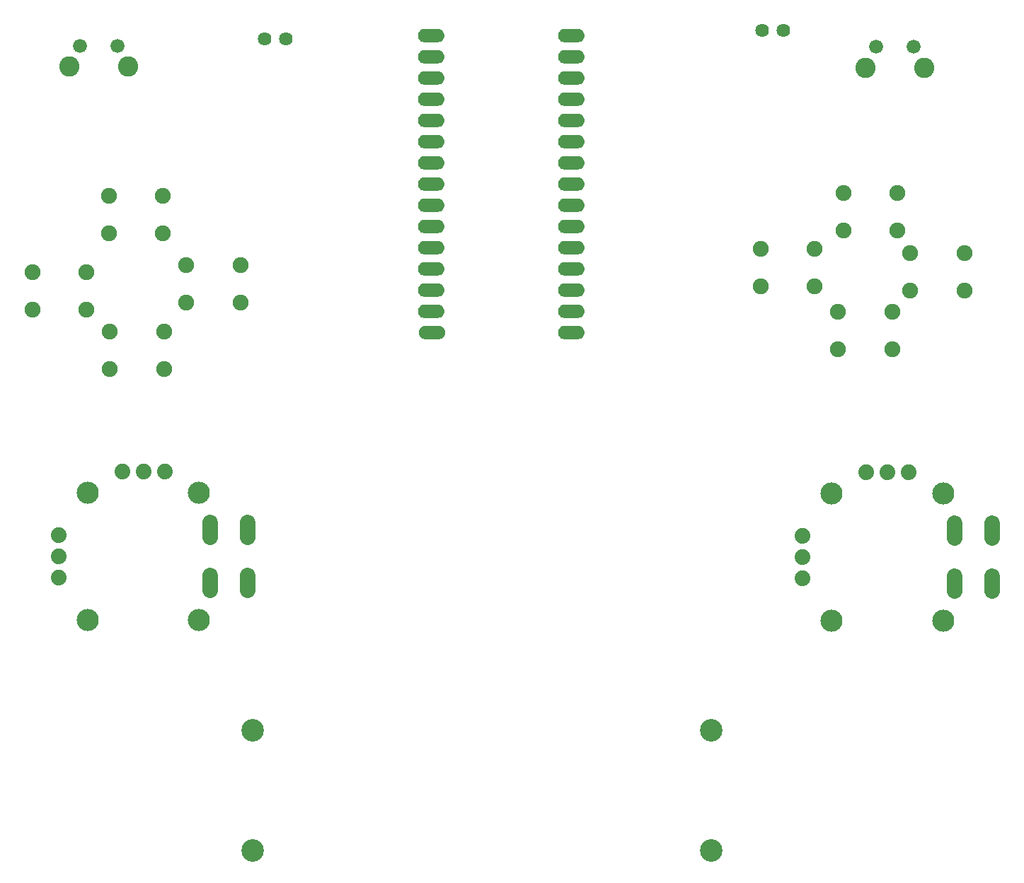
<source format=gbs>
G04 Layer: BottomSolderMaskLayer*
G04 EasyEDA v6.5.5, 2022-06-05 13:50:50*
G04 bb107c5f8ef14f278ad1c4d5784ba212,a4ea12fd96744f7d9b8618c9b4952ea7,10*
G04 Gerber Generator version 0.2*
G04 Scale: 100 percent, Rotated: No, Reflected: No *
G04 Dimensions in millimeters *
G04 leading zeros omitted , absolute positions ,4 integer and 5 decimal *
%FSLAX45Y45*%
%MOMM*%

%ADD32C,1.8796*%
%ADD33C,1.6256*%
%ADD34C,2.7016*%
%ADD38C,1.6767*%
%ADD39C,2.4267*%
%ADD41C,1.9016*%
%ADD43C,2.6416*%

%LPD*%
D32*
X3218586Y5067300D02*
G01*
X3218586Y4889500D01*
X3218586Y4432300D02*
G01*
X3218586Y4254500D01*
X2768600Y5067300D02*
G01*
X2768600Y4889500D01*
X2768600Y4432300D02*
G01*
X2768600Y4254500D01*
X12121286Y5054600D02*
G01*
X12121286Y4876800D01*
X12121286Y4419600D02*
G01*
X12121286Y4241800D01*
X11671300Y5054600D02*
G01*
X11671300Y4876800D01*
X11671300Y4419600D02*
G01*
X11671300Y4241800D01*
D33*
G01*
X9372600Y10960100D03*
G01*
X9626600Y10960100D03*
D34*
G01*
X8762796Y2575204D03*
G01*
X8762796Y1133195D03*
G01*
X3276803Y2575204D03*
G01*
X3276803Y1133195D03*
D38*
G01*
X1660093Y10773206D03*
G01*
X1210106Y10773206D03*
D39*
G01*
X1785086Y10523194D03*
G01*
X1085113Y10523194D03*
D38*
G01*
X11185093Y10760506D03*
G01*
X10735106Y10760506D03*
D39*
G01*
X11310086Y10510494D03*
G01*
X10610113Y10510494D03*
D33*
G01*
X3416300Y10858500D03*
G01*
X3670300Y10858500D03*
D41*
G01*
X11793220Y7839455D03*
G01*
X11793220Y8289544D03*
G01*
X11142979Y7839455D03*
G01*
X11142979Y8289544D03*
G01*
X10929620Y7140955D03*
G01*
X10929620Y7591044D03*
G01*
X10279379Y7140955D03*
G01*
X10279379Y7591044D03*
G01*
X2217420Y6899655D03*
G01*
X2217420Y7349744D03*
G01*
X1567179Y6899655D03*
G01*
X1567179Y7349744D03*
G01*
X1290320Y7610855D03*
G01*
X1290320Y8060944D03*
G01*
X640079Y7610855D03*
G01*
X640079Y8060944D03*
G01*
X3131820Y7699755D03*
G01*
X3131820Y8149844D03*
G01*
X2481579Y7699755D03*
G01*
X2481579Y8149844D03*
G01*
X2204720Y8525255D03*
G01*
X2204720Y8975344D03*
G01*
X1554479Y8525255D03*
G01*
X1554479Y8975344D03*
G01*
X10993120Y8563355D03*
G01*
X10993120Y9013444D03*
G01*
X10342879Y8563355D03*
G01*
X10342879Y9013444D03*
G01*
X10002520Y7890255D03*
G01*
X10002520Y8340344D03*
G01*
X9352279Y7890255D03*
G01*
X9352279Y8340344D03*
D32*
G01*
X952500Y4914900D03*
G01*
X952500Y4660900D03*
G01*
X952500Y4406900D03*
D43*
G01*
X2635250Y5422900D03*
G01*
X1301750Y5422900D03*
G01*
X1301750Y3898900D03*
G01*
X2635250Y3898900D03*
D32*
G01*
X2222500Y5676900D03*
G01*
X1968500Y5676900D03*
G01*
X1714500Y5676900D03*
G01*
X9855200Y4902200D03*
G01*
X9855200Y4648200D03*
G01*
X9855200Y4394200D03*
D43*
G01*
X11537950Y5410200D03*
G01*
X10204450Y5410200D03*
G01*
X10204450Y3886200D03*
G01*
X11537950Y3886200D03*
D32*
G01*
X11125200Y5664200D03*
G01*
X10871200Y5664200D03*
G01*
X10617200Y5664200D03*
G36*
X7010145Y7259320D02*
G01*
X7000240Y7260081D01*
X6990079Y7261860D01*
X6980427Y7264908D01*
X6971284Y7269479D01*
X6962647Y7274813D01*
X6954774Y7281418D01*
X6947661Y7288784D01*
X6941820Y7297165D01*
X6936740Y7306055D01*
X6933184Y7315454D01*
X6930643Y7325360D01*
X6929374Y7335520D01*
X6929374Y7345679D01*
X6930643Y7355839D01*
X6933184Y7365745D01*
X6936740Y7375144D01*
X6941820Y7384287D01*
X6947661Y7392415D01*
X6954774Y7399781D01*
X6962647Y7406386D01*
X6971284Y7411720D01*
X6980427Y7416292D01*
X6990079Y7419339D01*
X7000240Y7421371D01*
X7010145Y7421879D01*
X7163054Y7421879D01*
X7172959Y7421371D01*
X7183120Y7419339D01*
X7192772Y7416292D01*
X7201915Y7411720D01*
X7210552Y7406386D01*
X7218425Y7399781D01*
X7225538Y7392415D01*
X7231379Y7384287D01*
X7236459Y7375144D01*
X7240015Y7365745D01*
X7242556Y7355839D01*
X7243825Y7345679D01*
X7243825Y7335520D01*
X7242556Y7325360D01*
X7240015Y7315454D01*
X7236459Y7306055D01*
X7231379Y7297165D01*
X7225538Y7288784D01*
X7218425Y7281418D01*
X7210552Y7274813D01*
X7201915Y7269479D01*
X7192772Y7264908D01*
X7183120Y7261860D01*
X7172959Y7260081D01*
X7163054Y7259320D01*
G37*
G36*
X7010145Y7513320D02*
G01*
X7000240Y7514081D01*
X6990079Y7515860D01*
X6980427Y7518908D01*
X6971284Y7523479D01*
X6962647Y7528813D01*
X6954774Y7535418D01*
X6947661Y7542784D01*
X6941820Y7551165D01*
X6936740Y7560055D01*
X6933184Y7569454D01*
X6930643Y7579360D01*
X6929374Y7589520D01*
X6929374Y7599679D01*
X6930643Y7609839D01*
X6933184Y7619745D01*
X6936740Y7629144D01*
X6941820Y7638287D01*
X6947661Y7646415D01*
X6954774Y7653781D01*
X6962647Y7660386D01*
X6971284Y7665720D01*
X6980427Y7670292D01*
X6990079Y7673339D01*
X7000240Y7675371D01*
X7010145Y7675879D01*
X7163054Y7675879D01*
X7172959Y7675371D01*
X7183120Y7673339D01*
X7192772Y7670292D01*
X7201915Y7665720D01*
X7210552Y7660386D01*
X7218425Y7653781D01*
X7225538Y7646415D01*
X7231379Y7638287D01*
X7236459Y7629144D01*
X7240015Y7619745D01*
X7242556Y7609839D01*
X7243825Y7599679D01*
X7243825Y7589520D01*
X7242556Y7579360D01*
X7240015Y7569454D01*
X7236459Y7560055D01*
X7231379Y7551165D01*
X7225538Y7542784D01*
X7218425Y7535418D01*
X7210552Y7528813D01*
X7201915Y7523479D01*
X7192772Y7518908D01*
X7183120Y7515860D01*
X7172959Y7514081D01*
X7163054Y7513320D01*
G37*
G36*
X7010145Y7767320D02*
G01*
X7000240Y7768081D01*
X6990079Y7769860D01*
X6980427Y7772908D01*
X6971284Y7777479D01*
X6962647Y7782813D01*
X6954774Y7789418D01*
X6947661Y7796784D01*
X6941820Y7805165D01*
X6936740Y7814055D01*
X6933184Y7823454D01*
X6930643Y7833360D01*
X6929374Y7843520D01*
X6929374Y7853679D01*
X6930643Y7863839D01*
X6933184Y7873745D01*
X6936740Y7883144D01*
X6941820Y7892287D01*
X6947661Y7900415D01*
X6954774Y7907781D01*
X6962647Y7914386D01*
X6971284Y7919720D01*
X6980427Y7924292D01*
X6990079Y7927339D01*
X7000240Y7929371D01*
X7010145Y7929879D01*
X7163054Y7929879D01*
X7172959Y7929371D01*
X7183120Y7927339D01*
X7192772Y7924292D01*
X7201915Y7919720D01*
X7210552Y7914386D01*
X7218425Y7907781D01*
X7225538Y7900415D01*
X7231379Y7892287D01*
X7236459Y7883144D01*
X7240015Y7873745D01*
X7242556Y7863839D01*
X7243825Y7853679D01*
X7243825Y7843520D01*
X7242556Y7833360D01*
X7240015Y7823454D01*
X7236459Y7814055D01*
X7231379Y7805165D01*
X7225538Y7796784D01*
X7218425Y7789418D01*
X7210552Y7782813D01*
X7201915Y7777479D01*
X7192772Y7772908D01*
X7183120Y7769860D01*
X7172959Y7768081D01*
X7163054Y7767320D01*
G37*
G36*
X7010145Y8021320D02*
G01*
X7000240Y8022081D01*
X6990079Y8023860D01*
X6980427Y8026908D01*
X6971284Y8031479D01*
X6962647Y8036813D01*
X6954774Y8043418D01*
X6947661Y8050784D01*
X6941820Y8059165D01*
X6936740Y8068055D01*
X6933184Y8077454D01*
X6930643Y8087360D01*
X6929374Y8097520D01*
X6929374Y8107679D01*
X6930643Y8117839D01*
X6933184Y8127745D01*
X6936740Y8137144D01*
X6941820Y8146287D01*
X6947661Y8154415D01*
X6954774Y8161781D01*
X6962647Y8168386D01*
X6971284Y8173720D01*
X6980427Y8178292D01*
X6990079Y8181339D01*
X7000240Y8183371D01*
X7010145Y8183879D01*
X7163054Y8183879D01*
X7172959Y8183371D01*
X7183120Y8181339D01*
X7192772Y8178292D01*
X7201915Y8173720D01*
X7210552Y8168386D01*
X7218425Y8161781D01*
X7225538Y8154415D01*
X7231379Y8146287D01*
X7236459Y8137144D01*
X7240015Y8127745D01*
X7242556Y8117839D01*
X7243825Y8107679D01*
X7243825Y8097520D01*
X7242556Y8087360D01*
X7240015Y8077454D01*
X7236459Y8068055D01*
X7231379Y8059165D01*
X7225538Y8050784D01*
X7218425Y8043418D01*
X7210552Y8036813D01*
X7201915Y8031479D01*
X7192772Y8026908D01*
X7183120Y8023860D01*
X7172959Y8022081D01*
X7163054Y8021320D01*
G37*
G36*
X7010145Y8275320D02*
G01*
X7000240Y8276081D01*
X6990079Y8277860D01*
X6980427Y8280908D01*
X6971284Y8285479D01*
X6962647Y8290813D01*
X6954774Y8297418D01*
X6947661Y8304784D01*
X6941820Y8313165D01*
X6936740Y8322055D01*
X6933184Y8331454D01*
X6930643Y8341360D01*
X6929374Y8351520D01*
X6929374Y8361679D01*
X6930643Y8371839D01*
X6933184Y8381745D01*
X6936740Y8391144D01*
X6941820Y8400287D01*
X6947661Y8408415D01*
X6954774Y8415781D01*
X6962647Y8422386D01*
X6971284Y8427720D01*
X6980427Y8432292D01*
X6990079Y8435339D01*
X7000240Y8437371D01*
X7010145Y8437879D01*
X7163054Y8437879D01*
X7172959Y8437371D01*
X7183120Y8435339D01*
X7192772Y8432292D01*
X7201915Y8427720D01*
X7210552Y8422386D01*
X7218425Y8415781D01*
X7225538Y8408415D01*
X7231379Y8400287D01*
X7236459Y8391144D01*
X7240015Y8381745D01*
X7242556Y8371839D01*
X7243825Y8361679D01*
X7243825Y8351520D01*
X7242556Y8341360D01*
X7240015Y8331454D01*
X7236459Y8322055D01*
X7231379Y8313165D01*
X7225538Y8304784D01*
X7218425Y8297418D01*
X7210552Y8290813D01*
X7201915Y8285479D01*
X7192772Y8280908D01*
X7183120Y8277860D01*
X7172959Y8276081D01*
X7163054Y8275320D01*
G37*
G36*
X7010145Y8529320D02*
G01*
X7000240Y8530081D01*
X6990079Y8531860D01*
X6980427Y8534908D01*
X6971284Y8539479D01*
X6962647Y8544813D01*
X6954774Y8551418D01*
X6947661Y8558784D01*
X6941820Y8567165D01*
X6936740Y8576055D01*
X6933184Y8585454D01*
X6930643Y8595360D01*
X6929374Y8605520D01*
X6929374Y8615679D01*
X6930643Y8625839D01*
X6933184Y8635745D01*
X6936740Y8645144D01*
X6941820Y8654287D01*
X6947661Y8662415D01*
X6954774Y8669781D01*
X6962647Y8676386D01*
X6971284Y8681720D01*
X6980427Y8686292D01*
X6990079Y8689339D01*
X7000240Y8691371D01*
X7010145Y8691879D01*
X7163054Y8691879D01*
X7172959Y8691371D01*
X7183120Y8689339D01*
X7192772Y8686292D01*
X7201915Y8681720D01*
X7210552Y8676386D01*
X7218425Y8669781D01*
X7225538Y8662415D01*
X7231379Y8654287D01*
X7236459Y8645144D01*
X7240015Y8635745D01*
X7242556Y8625839D01*
X7243825Y8615679D01*
X7243825Y8605520D01*
X7242556Y8595360D01*
X7240015Y8585454D01*
X7236459Y8576055D01*
X7231379Y8567165D01*
X7225538Y8558784D01*
X7218425Y8551418D01*
X7210552Y8544813D01*
X7201915Y8539479D01*
X7192772Y8534908D01*
X7183120Y8531860D01*
X7172959Y8530081D01*
X7163054Y8529320D01*
G37*
G36*
X7010145Y9037320D02*
G01*
X7000240Y9038081D01*
X6990079Y9039860D01*
X6980427Y9042908D01*
X6971284Y9047479D01*
X6962647Y9052813D01*
X6954774Y9059418D01*
X6947661Y9066784D01*
X6941820Y9075165D01*
X6936740Y9084055D01*
X6933184Y9093454D01*
X6930643Y9103360D01*
X6929374Y9113520D01*
X6929374Y9123679D01*
X6930643Y9133839D01*
X6933184Y9143745D01*
X6936740Y9153144D01*
X6941820Y9162287D01*
X6947661Y9170415D01*
X6954774Y9177781D01*
X6962647Y9184386D01*
X6971284Y9189720D01*
X6980427Y9194292D01*
X6990079Y9197339D01*
X7000240Y9199371D01*
X7010145Y9199879D01*
X7163054Y9199879D01*
X7172959Y9199371D01*
X7183120Y9197339D01*
X7192772Y9194292D01*
X7201915Y9189720D01*
X7210552Y9184386D01*
X7218425Y9177781D01*
X7225538Y9170415D01*
X7231379Y9162287D01*
X7236459Y9153144D01*
X7240015Y9143745D01*
X7242556Y9133839D01*
X7243825Y9123679D01*
X7243825Y9113520D01*
X7242556Y9103360D01*
X7240015Y9093454D01*
X7236459Y9084055D01*
X7231379Y9075165D01*
X7225538Y9066784D01*
X7218425Y9059418D01*
X7210552Y9052813D01*
X7201915Y9047479D01*
X7192772Y9042908D01*
X7183120Y9039860D01*
X7172959Y9038081D01*
X7163054Y9037320D01*
G37*
G36*
X7010145Y9291320D02*
G01*
X7000240Y9292081D01*
X6990079Y9293860D01*
X6980427Y9296908D01*
X6971284Y9301479D01*
X6962647Y9306813D01*
X6954774Y9313418D01*
X6947661Y9320784D01*
X6941820Y9329165D01*
X6936740Y9338055D01*
X6933184Y9347454D01*
X6930643Y9357360D01*
X6929374Y9367520D01*
X6929374Y9377679D01*
X6930643Y9387839D01*
X6933184Y9397745D01*
X6936740Y9407144D01*
X6941820Y9416287D01*
X6947661Y9424415D01*
X6954774Y9431781D01*
X6962647Y9438386D01*
X6971284Y9443720D01*
X6980427Y9448292D01*
X6990079Y9451339D01*
X7000240Y9453118D01*
X7010145Y9453879D01*
X7163054Y9453879D01*
X7172959Y9453118D01*
X7183120Y9451339D01*
X7192772Y9448292D01*
X7201915Y9443720D01*
X7210552Y9438386D01*
X7218425Y9431781D01*
X7225538Y9424415D01*
X7231379Y9416287D01*
X7236459Y9407144D01*
X7240015Y9397745D01*
X7242556Y9387839D01*
X7243825Y9377679D01*
X7243825Y9367520D01*
X7242556Y9357360D01*
X7240015Y9347454D01*
X7236459Y9338055D01*
X7231379Y9329165D01*
X7225538Y9320784D01*
X7218425Y9313418D01*
X7210552Y9306813D01*
X7201915Y9301479D01*
X7192772Y9296908D01*
X7183120Y9293860D01*
X7172959Y9292081D01*
X7163054Y9291320D01*
G37*
G36*
X7010145Y9545320D02*
G01*
X7000240Y9546081D01*
X6990079Y9547860D01*
X6980427Y9550908D01*
X6971284Y9555479D01*
X6962647Y9560813D01*
X6954774Y9567418D01*
X6947661Y9574784D01*
X6941820Y9583165D01*
X6936740Y9592055D01*
X6933184Y9601454D01*
X6930643Y9611360D01*
X6929374Y9621520D01*
X6929374Y9631679D01*
X6930643Y9641839D01*
X6933184Y9651745D01*
X6936740Y9661144D01*
X6941820Y9670287D01*
X6947661Y9678415D01*
X6954774Y9685781D01*
X6962647Y9692386D01*
X6971284Y9697720D01*
X6980427Y9702292D01*
X6990079Y9705339D01*
X7000240Y9707118D01*
X7010145Y9707879D01*
X7163054Y9707879D01*
X7172959Y9707118D01*
X7183120Y9705339D01*
X7192772Y9702292D01*
X7201915Y9697720D01*
X7210552Y9692386D01*
X7218425Y9685781D01*
X7225538Y9678415D01*
X7231379Y9670287D01*
X7236459Y9661144D01*
X7240015Y9651745D01*
X7242556Y9641839D01*
X7243825Y9631679D01*
X7243825Y9621520D01*
X7242556Y9611360D01*
X7240015Y9601454D01*
X7236459Y9592055D01*
X7231379Y9583165D01*
X7225538Y9574784D01*
X7218425Y9567418D01*
X7210552Y9560813D01*
X7201915Y9555479D01*
X7192772Y9550908D01*
X7183120Y9547860D01*
X7172959Y9546081D01*
X7163054Y9545320D01*
G37*
G36*
X7010145Y9799320D02*
G01*
X7000240Y9800081D01*
X6990079Y9801860D01*
X6980427Y9804908D01*
X6971284Y9809479D01*
X6962647Y9814813D01*
X6954774Y9821418D01*
X6947661Y9828784D01*
X6941820Y9837165D01*
X6936740Y9846055D01*
X6933184Y9855454D01*
X6930643Y9865360D01*
X6929374Y9875520D01*
X6929374Y9885679D01*
X6930643Y9895839D01*
X6933184Y9905745D01*
X6936740Y9915144D01*
X6941820Y9924287D01*
X6947661Y9932415D01*
X6954774Y9939781D01*
X6962647Y9946386D01*
X6971284Y9951720D01*
X6980427Y9956292D01*
X6990079Y9959339D01*
X7000240Y9961118D01*
X7010145Y9961879D01*
X7163054Y9961879D01*
X7172959Y9961118D01*
X7183120Y9959339D01*
X7192772Y9956292D01*
X7201915Y9951720D01*
X7210552Y9946386D01*
X7218425Y9939781D01*
X7225538Y9932415D01*
X7231379Y9924287D01*
X7236459Y9915144D01*
X7240015Y9905745D01*
X7242556Y9895839D01*
X7243825Y9885679D01*
X7243825Y9875520D01*
X7242556Y9865360D01*
X7240015Y9855454D01*
X7236459Y9846055D01*
X7231379Y9837165D01*
X7225538Y9828784D01*
X7218425Y9821418D01*
X7210552Y9814813D01*
X7201915Y9809479D01*
X7192772Y9804908D01*
X7183120Y9801860D01*
X7172959Y9800081D01*
X7163054Y9799320D01*
G37*
G36*
X7010145Y10053320D02*
G01*
X7000240Y10054081D01*
X6990079Y10055860D01*
X6980427Y10058908D01*
X6971284Y10063479D01*
X6962647Y10068813D01*
X6954774Y10075418D01*
X6947661Y10082784D01*
X6941820Y10091165D01*
X6936740Y10100055D01*
X6933184Y10109454D01*
X6930643Y10119360D01*
X6929374Y10129520D01*
X6929374Y10139679D01*
X6930643Y10149839D01*
X6933184Y10159745D01*
X6936740Y10169144D01*
X6941820Y10178287D01*
X6947661Y10186415D01*
X6954774Y10193781D01*
X6962647Y10200386D01*
X6971284Y10205720D01*
X6980427Y10210292D01*
X6990079Y10213339D01*
X7000240Y10215118D01*
X7010145Y10215879D01*
X7163054Y10215879D01*
X7172959Y10215118D01*
X7183120Y10213339D01*
X7192772Y10210292D01*
X7201915Y10205720D01*
X7210552Y10200386D01*
X7218425Y10193781D01*
X7225538Y10186415D01*
X7231379Y10178287D01*
X7236459Y10169144D01*
X7240015Y10159745D01*
X7242556Y10149839D01*
X7243825Y10139679D01*
X7243825Y10129520D01*
X7242556Y10119360D01*
X7240015Y10109454D01*
X7236459Y10100055D01*
X7231379Y10091165D01*
X7225538Y10082784D01*
X7218425Y10075418D01*
X7210552Y10068813D01*
X7201915Y10063479D01*
X7192772Y10058908D01*
X7183120Y10055860D01*
X7172959Y10054081D01*
X7163054Y10053320D01*
G37*
G36*
X7010145Y10307320D02*
G01*
X7000240Y10308081D01*
X6990079Y10309860D01*
X6980427Y10312908D01*
X6971284Y10317479D01*
X6962647Y10322813D01*
X6954774Y10329418D01*
X6947661Y10336784D01*
X6941820Y10345165D01*
X6936740Y10354055D01*
X6933184Y10363454D01*
X6930643Y10373360D01*
X6929374Y10383520D01*
X6929374Y10393679D01*
X6930643Y10403839D01*
X6933184Y10413745D01*
X6936740Y10423144D01*
X6941820Y10432287D01*
X6947661Y10440415D01*
X6954774Y10447781D01*
X6962647Y10454386D01*
X6971284Y10459720D01*
X6980427Y10464292D01*
X6990079Y10467339D01*
X7000240Y10469118D01*
X7010145Y10469879D01*
X7163054Y10469879D01*
X7172959Y10469118D01*
X7183120Y10467339D01*
X7192772Y10464292D01*
X7201915Y10459720D01*
X7210552Y10454386D01*
X7218425Y10447781D01*
X7225538Y10440415D01*
X7231379Y10432287D01*
X7236459Y10423144D01*
X7240015Y10413745D01*
X7242556Y10403839D01*
X7243825Y10393679D01*
X7243825Y10383520D01*
X7242556Y10373360D01*
X7240015Y10363454D01*
X7236459Y10354055D01*
X7231379Y10345165D01*
X7225538Y10336784D01*
X7218425Y10329418D01*
X7210552Y10322813D01*
X7201915Y10317479D01*
X7192772Y10312908D01*
X7183120Y10309860D01*
X7172959Y10308081D01*
X7163054Y10307320D01*
G37*
G36*
X7010145Y10561320D02*
G01*
X7000240Y10562081D01*
X6990079Y10563860D01*
X6980427Y10566908D01*
X6971284Y10571479D01*
X6962647Y10576813D01*
X6954774Y10583418D01*
X6947661Y10590784D01*
X6941820Y10599165D01*
X6936740Y10608055D01*
X6933184Y10617454D01*
X6930643Y10627360D01*
X6929374Y10637520D01*
X6929374Y10647679D01*
X6930643Y10657839D01*
X6933184Y10667745D01*
X6936740Y10677144D01*
X6941820Y10686287D01*
X6947661Y10694415D01*
X6954774Y10701781D01*
X6962647Y10708386D01*
X6971284Y10713720D01*
X6980427Y10718292D01*
X6990079Y10721339D01*
X7000240Y10723118D01*
X7010145Y10723879D01*
X7163054Y10723879D01*
X7172959Y10723118D01*
X7183120Y10721339D01*
X7192772Y10718292D01*
X7201915Y10713720D01*
X7210552Y10708386D01*
X7218425Y10701781D01*
X7225538Y10694415D01*
X7231379Y10686287D01*
X7236459Y10677144D01*
X7240015Y10667745D01*
X7242556Y10657839D01*
X7243825Y10647679D01*
X7243825Y10637520D01*
X7242556Y10627360D01*
X7240015Y10617454D01*
X7236459Y10608055D01*
X7231379Y10599165D01*
X7225538Y10590784D01*
X7218425Y10583418D01*
X7210552Y10576813D01*
X7201915Y10571479D01*
X7192772Y10566908D01*
X7183120Y10563860D01*
X7172959Y10562081D01*
X7163054Y10561320D01*
G37*
G36*
X7010145Y10815320D02*
G01*
X7000240Y10816081D01*
X6990079Y10817860D01*
X6980427Y10820908D01*
X6971284Y10825479D01*
X6962647Y10830813D01*
X6954774Y10837418D01*
X6947661Y10844784D01*
X6941820Y10853165D01*
X6936740Y10862055D01*
X6933184Y10871454D01*
X6930643Y10881360D01*
X6929374Y10891520D01*
X6929374Y10901679D01*
X6930643Y10911839D01*
X6933184Y10921745D01*
X6936740Y10931144D01*
X6941820Y10940287D01*
X6947661Y10948415D01*
X6954774Y10955781D01*
X6962647Y10962386D01*
X6971284Y10967720D01*
X6980427Y10972292D01*
X6990079Y10975339D01*
X7000240Y10977118D01*
X7010145Y10977879D01*
X7163054Y10977879D01*
X7172959Y10977118D01*
X7183120Y10975339D01*
X7192772Y10972292D01*
X7201915Y10967720D01*
X7210552Y10962386D01*
X7218425Y10955781D01*
X7225538Y10948415D01*
X7231379Y10940287D01*
X7236459Y10931144D01*
X7240015Y10921745D01*
X7242556Y10911839D01*
X7243825Y10901679D01*
X7243825Y10891520D01*
X7242556Y10881360D01*
X7240015Y10871454D01*
X7236459Y10862055D01*
X7231379Y10853165D01*
X7225538Y10844784D01*
X7218425Y10837418D01*
X7210552Y10830813D01*
X7201915Y10825479D01*
X7192772Y10820908D01*
X7183120Y10817860D01*
X7172959Y10816081D01*
X7163054Y10815320D01*
G37*
G36*
X5333745Y10815320D02*
G01*
X5323840Y10816081D01*
X5313679Y10817860D01*
X5304027Y10820908D01*
X5294884Y10825479D01*
X5286247Y10830813D01*
X5278374Y10837418D01*
X5271261Y10844784D01*
X5265420Y10853165D01*
X5260340Y10862055D01*
X5256784Y10871454D01*
X5254243Y10881360D01*
X5252974Y10891520D01*
X5252974Y10901679D01*
X5254243Y10911839D01*
X5256784Y10921745D01*
X5260340Y10931144D01*
X5265420Y10940287D01*
X5271261Y10948415D01*
X5278374Y10955781D01*
X5286247Y10962386D01*
X5294884Y10967720D01*
X5304027Y10972292D01*
X5313679Y10975339D01*
X5323840Y10977118D01*
X5333745Y10977879D01*
X5486654Y10977879D01*
X5496559Y10977118D01*
X5506720Y10975339D01*
X5516372Y10972292D01*
X5525515Y10967720D01*
X5534152Y10962386D01*
X5542025Y10955781D01*
X5549138Y10948415D01*
X5554979Y10940287D01*
X5560059Y10931144D01*
X5563615Y10921745D01*
X5566156Y10911839D01*
X5567425Y10901679D01*
X5567425Y10891520D01*
X5566156Y10881360D01*
X5563615Y10871454D01*
X5560059Y10862055D01*
X5554979Y10853165D01*
X5549138Y10844784D01*
X5542025Y10837418D01*
X5534152Y10830813D01*
X5525515Y10825479D01*
X5516372Y10820908D01*
X5506720Y10817860D01*
X5496559Y10816081D01*
X5486654Y10815320D01*
G37*
G36*
X5333745Y10561320D02*
G01*
X5323840Y10562081D01*
X5313679Y10563860D01*
X5304027Y10566908D01*
X5294884Y10571479D01*
X5286247Y10576813D01*
X5278374Y10583418D01*
X5271261Y10590784D01*
X5265420Y10599165D01*
X5260340Y10608055D01*
X5256784Y10617454D01*
X5254243Y10627360D01*
X5252974Y10637520D01*
X5252974Y10647679D01*
X5254243Y10657839D01*
X5256784Y10667745D01*
X5260340Y10677144D01*
X5265420Y10686287D01*
X5271261Y10694415D01*
X5278374Y10701781D01*
X5286247Y10708386D01*
X5294884Y10713720D01*
X5304027Y10718292D01*
X5313679Y10721339D01*
X5323840Y10723118D01*
X5333745Y10723879D01*
X5486654Y10723879D01*
X5496559Y10723118D01*
X5506720Y10721339D01*
X5516372Y10718292D01*
X5525515Y10713720D01*
X5534152Y10708386D01*
X5542025Y10701781D01*
X5549138Y10694415D01*
X5554979Y10686287D01*
X5560059Y10677144D01*
X5563615Y10667745D01*
X5566156Y10657839D01*
X5567425Y10647679D01*
X5567425Y10637520D01*
X5566156Y10627360D01*
X5563615Y10617454D01*
X5560059Y10608055D01*
X5554979Y10599165D01*
X5549138Y10590784D01*
X5542025Y10583418D01*
X5534152Y10576813D01*
X5525515Y10571479D01*
X5516372Y10566908D01*
X5506720Y10563860D01*
X5496559Y10562081D01*
X5486654Y10561320D01*
G37*
G36*
X5333745Y10307320D02*
G01*
X5323840Y10308081D01*
X5313679Y10309860D01*
X5304027Y10312908D01*
X5294884Y10317479D01*
X5286247Y10322813D01*
X5278374Y10329418D01*
X5271261Y10336784D01*
X5265420Y10345165D01*
X5260340Y10354055D01*
X5256784Y10363454D01*
X5254243Y10373360D01*
X5252974Y10383520D01*
X5252974Y10393679D01*
X5254243Y10403839D01*
X5256784Y10413745D01*
X5260340Y10423144D01*
X5265420Y10432287D01*
X5271261Y10440415D01*
X5278374Y10447781D01*
X5286247Y10454386D01*
X5294884Y10459720D01*
X5304027Y10464292D01*
X5313679Y10467339D01*
X5323840Y10469118D01*
X5333745Y10469879D01*
X5486654Y10469879D01*
X5496559Y10469118D01*
X5506720Y10467339D01*
X5516372Y10464292D01*
X5525515Y10459720D01*
X5534152Y10454386D01*
X5542025Y10447781D01*
X5549138Y10440415D01*
X5554979Y10432287D01*
X5560059Y10423144D01*
X5563615Y10413745D01*
X5566156Y10403839D01*
X5567425Y10393679D01*
X5567425Y10383520D01*
X5566156Y10373360D01*
X5563615Y10363454D01*
X5560059Y10354055D01*
X5554979Y10345165D01*
X5549138Y10336784D01*
X5542025Y10329418D01*
X5534152Y10322813D01*
X5525515Y10317479D01*
X5516372Y10312908D01*
X5506720Y10309860D01*
X5496559Y10308081D01*
X5486654Y10307320D01*
G37*
G36*
X5333745Y10053320D02*
G01*
X5323840Y10054081D01*
X5313679Y10055860D01*
X5304027Y10058908D01*
X5294884Y10063479D01*
X5286247Y10068813D01*
X5278374Y10075418D01*
X5271261Y10082784D01*
X5265420Y10091165D01*
X5260340Y10100055D01*
X5256784Y10109454D01*
X5254243Y10119360D01*
X5252974Y10129520D01*
X5252974Y10139679D01*
X5254243Y10149839D01*
X5256784Y10159745D01*
X5260340Y10169144D01*
X5265420Y10178287D01*
X5271261Y10186415D01*
X5278374Y10193781D01*
X5286247Y10200386D01*
X5294884Y10205720D01*
X5304027Y10210292D01*
X5313679Y10213339D01*
X5323840Y10215118D01*
X5333745Y10215879D01*
X5486654Y10215879D01*
X5496559Y10215118D01*
X5506720Y10213339D01*
X5516372Y10210292D01*
X5525515Y10205720D01*
X5534152Y10200386D01*
X5542025Y10193781D01*
X5549138Y10186415D01*
X5554979Y10178287D01*
X5560059Y10169144D01*
X5563615Y10159745D01*
X5566156Y10149839D01*
X5567425Y10139679D01*
X5567425Y10129520D01*
X5566156Y10119360D01*
X5563615Y10109454D01*
X5560059Y10100055D01*
X5554979Y10091165D01*
X5549138Y10082784D01*
X5542025Y10075418D01*
X5534152Y10068813D01*
X5525515Y10063479D01*
X5516372Y10058908D01*
X5506720Y10055860D01*
X5496559Y10054081D01*
X5486654Y10053320D01*
G37*
G36*
X5333745Y9799320D02*
G01*
X5323840Y9800081D01*
X5313679Y9801860D01*
X5304027Y9804908D01*
X5294884Y9809479D01*
X5286247Y9814813D01*
X5278374Y9821418D01*
X5271261Y9828784D01*
X5265420Y9837165D01*
X5260340Y9846055D01*
X5256784Y9855454D01*
X5254243Y9865360D01*
X5252974Y9875520D01*
X5252974Y9885679D01*
X5254243Y9895839D01*
X5256784Y9905745D01*
X5260340Y9915144D01*
X5265420Y9924287D01*
X5271261Y9932415D01*
X5278374Y9939781D01*
X5286247Y9946386D01*
X5294884Y9951720D01*
X5304027Y9956292D01*
X5313679Y9959339D01*
X5323840Y9961118D01*
X5333745Y9961879D01*
X5486654Y9961879D01*
X5496559Y9961118D01*
X5506720Y9959339D01*
X5516372Y9956292D01*
X5525515Y9951720D01*
X5534152Y9946386D01*
X5542025Y9939781D01*
X5549138Y9932415D01*
X5554979Y9924287D01*
X5560059Y9915144D01*
X5563615Y9905745D01*
X5566156Y9895839D01*
X5567425Y9885679D01*
X5567425Y9875520D01*
X5566156Y9865360D01*
X5563615Y9855454D01*
X5560059Y9846055D01*
X5554979Y9837165D01*
X5549138Y9828784D01*
X5542025Y9821418D01*
X5534152Y9814813D01*
X5525515Y9809479D01*
X5516372Y9804908D01*
X5506720Y9801860D01*
X5496559Y9800081D01*
X5486654Y9799320D01*
G37*
G36*
X5333745Y9545320D02*
G01*
X5323840Y9546081D01*
X5313679Y9547860D01*
X5304027Y9550908D01*
X5294884Y9555479D01*
X5286247Y9560813D01*
X5278374Y9567418D01*
X5271261Y9574784D01*
X5265420Y9583165D01*
X5260340Y9592055D01*
X5256784Y9601454D01*
X5254243Y9611360D01*
X5252974Y9621520D01*
X5252974Y9631679D01*
X5254243Y9641839D01*
X5256784Y9651745D01*
X5260340Y9661144D01*
X5265420Y9670287D01*
X5271261Y9678415D01*
X5278374Y9685781D01*
X5286247Y9692386D01*
X5294884Y9697720D01*
X5304027Y9702292D01*
X5313679Y9705339D01*
X5323840Y9707118D01*
X5333745Y9707879D01*
X5486654Y9707879D01*
X5496559Y9707118D01*
X5506720Y9705339D01*
X5516372Y9702292D01*
X5525515Y9697720D01*
X5534152Y9692386D01*
X5542025Y9685781D01*
X5549138Y9678415D01*
X5554979Y9670287D01*
X5560059Y9661144D01*
X5563615Y9651745D01*
X5566156Y9641839D01*
X5567425Y9631679D01*
X5567425Y9621520D01*
X5566156Y9611360D01*
X5563615Y9601454D01*
X5560059Y9592055D01*
X5554979Y9583165D01*
X5549138Y9574784D01*
X5542025Y9567418D01*
X5534152Y9560813D01*
X5525515Y9555479D01*
X5516372Y9550908D01*
X5506720Y9547860D01*
X5496559Y9546081D01*
X5486654Y9545320D01*
G37*
G36*
X5333745Y9291320D02*
G01*
X5323840Y9292081D01*
X5313679Y9293860D01*
X5304027Y9296908D01*
X5294884Y9301479D01*
X5286247Y9306813D01*
X5278374Y9313418D01*
X5271261Y9320784D01*
X5265420Y9329165D01*
X5260340Y9338055D01*
X5256784Y9347454D01*
X5254243Y9357360D01*
X5252974Y9367520D01*
X5252974Y9377679D01*
X5254243Y9387839D01*
X5256784Y9397745D01*
X5260340Y9407144D01*
X5265420Y9416287D01*
X5271261Y9424415D01*
X5278374Y9431781D01*
X5286247Y9438386D01*
X5294884Y9443720D01*
X5304027Y9448292D01*
X5313679Y9451339D01*
X5323840Y9453118D01*
X5333745Y9453879D01*
X5486654Y9453879D01*
X5496559Y9453118D01*
X5506720Y9451339D01*
X5516372Y9448292D01*
X5525515Y9443720D01*
X5534152Y9438386D01*
X5542025Y9431781D01*
X5549138Y9424415D01*
X5554979Y9416287D01*
X5560059Y9407144D01*
X5563615Y9397745D01*
X5566156Y9387839D01*
X5567425Y9377679D01*
X5567425Y9367520D01*
X5566156Y9357360D01*
X5563615Y9347454D01*
X5560059Y9338055D01*
X5554979Y9329165D01*
X5549138Y9320784D01*
X5542025Y9313418D01*
X5534152Y9306813D01*
X5525515Y9301479D01*
X5516372Y9296908D01*
X5506720Y9293860D01*
X5496559Y9292081D01*
X5486654Y9291320D01*
G37*
G36*
X5333745Y9037320D02*
G01*
X5323840Y9038081D01*
X5313679Y9039860D01*
X5304027Y9042908D01*
X5294884Y9047479D01*
X5286247Y9052813D01*
X5278374Y9059418D01*
X5271261Y9066784D01*
X5265420Y9075165D01*
X5260340Y9084055D01*
X5256784Y9093454D01*
X5254243Y9103360D01*
X5252974Y9113520D01*
X5252974Y9123679D01*
X5254243Y9133839D01*
X5256784Y9143745D01*
X5260340Y9153144D01*
X5265420Y9162287D01*
X5271261Y9170415D01*
X5278374Y9177781D01*
X5286247Y9184386D01*
X5294884Y9189720D01*
X5304027Y9194292D01*
X5313679Y9197339D01*
X5323840Y9199371D01*
X5333745Y9199879D01*
X5486654Y9199879D01*
X5496559Y9199371D01*
X5506720Y9197339D01*
X5516372Y9194292D01*
X5525515Y9189720D01*
X5534152Y9184386D01*
X5542025Y9177781D01*
X5549138Y9170415D01*
X5554979Y9162287D01*
X5560059Y9153144D01*
X5563615Y9143745D01*
X5566156Y9133839D01*
X5567425Y9123679D01*
X5567425Y9113520D01*
X5566156Y9103360D01*
X5563615Y9093454D01*
X5560059Y9084055D01*
X5554979Y9075165D01*
X5549138Y9066784D01*
X5542025Y9059418D01*
X5534152Y9052813D01*
X5525515Y9047479D01*
X5516372Y9042908D01*
X5506720Y9039860D01*
X5496559Y9038081D01*
X5486654Y9037320D01*
G37*
G36*
X5333745Y8783320D02*
G01*
X5323840Y8784081D01*
X5313679Y8785860D01*
X5304027Y8788908D01*
X5294884Y8793479D01*
X5286247Y8798813D01*
X5278374Y8805418D01*
X5271261Y8812784D01*
X5265420Y8821165D01*
X5260340Y8830055D01*
X5256784Y8839454D01*
X5254243Y8849360D01*
X5252974Y8859520D01*
X5252974Y8869679D01*
X5254243Y8879839D01*
X5256784Y8889745D01*
X5260340Y8899144D01*
X5265420Y8908287D01*
X5271261Y8916415D01*
X5278374Y8923781D01*
X5286247Y8930386D01*
X5294884Y8935720D01*
X5304027Y8940292D01*
X5313679Y8943339D01*
X5323840Y8945371D01*
X5333745Y8945879D01*
X5486654Y8945879D01*
X5496559Y8945371D01*
X5506720Y8943339D01*
X5516372Y8940292D01*
X5525515Y8935720D01*
X5534152Y8930386D01*
X5542025Y8923781D01*
X5549138Y8916415D01*
X5554979Y8908287D01*
X5560059Y8899144D01*
X5563615Y8889745D01*
X5566156Y8879839D01*
X5567425Y8869679D01*
X5567425Y8859520D01*
X5566156Y8849360D01*
X5563615Y8839454D01*
X5560059Y8830055D01*
X5554979Y8821165D01*
X5549138Y8812784D01*
X5542025Y8805418D01*
X5534152Y8798813D01*
X5525515Y8793479D01*
X5516372Y8788908D01*
X5506720Y8785860D01*
X5496559Y8784081D01*
X5486654Y8783320D01*
G37*
G36*
X5333745Y8529320D02*
G01*
X5323840Y8530081D01*
X5313679Y8531860D01*
X5304027Y8534908D01*
X5294884Y8539479D01*
X5286247Y8544813D01*
X5278374Y8551418D01*
X5271261Y8558784D01*
X5265420Y8567165D01*
X5260340Y8576055D01*
X5256784Y8585454D01*
X5254243Y8595360D01*
X5252974Y8605520D01*
X5252974Y8615679D01*
X5254243Y8625839D01*
X5256784Y8635745D01*
X5260340Y8645144D01*
X5265420Y8654287D01*
X5271261Y8662415D01*
X5278374Y8669781D01*
X5286247Y8676386D01*
X5294884Y8681720D01*
X5304027Y8686292D01*
X5313679Y8689339D01*
X5323840Y8691371D01*
X5333745Y8691879D01*
X5486654Y8691879D01*
X5496559Y8691371D01*
X5506720Y8689339D01*
X5516372Y8686292D01*
X5525515Y8681720D01*
X5534152Y8676386D01*
X5542025Y8669781D01*
X5549138Y8662415D01*
X5554979Y8654287D01*
X5560059Y8645144D01*
X5563615Y8635745D01*
X5566156Y8625839D01*
X5567425Y8615679D01*
X5567425Y8605520D01*
X5566156Y8595360D01*
X5563615Y8585454D01*
X5560059Y8576055D01*
X5554979Y8567165D01*
X5549138Y8558784D01*
X5542025Y8551418D01*
X5534152Y8544813D01*
X5525515Y8539479D01*
X5516372Y8534908D01*
X5506720Y8531860D01*
X5496559Y8530081D01*
X5486654Y8529320D01*
G37*
G36*
X5333745Y8275320D02*
G01*
X5323840Y8276081D01*
X5313679Y8277860D01*
X5304027Y8280908D01*
X5294884Y8285479D01*
X5286247Y8290813D01*
X5278374Y8297418D01*
X5271261Y8304784D01*
X5265420Y8313165D01*
X5260340Y8322055D01*
X5256784Y8331454D01*
X5254243Y8341360D01*
X5252974Y8351520D01*
X5252974Y8361679D01*
X5254243Y8371839D01*
X5256784Y8381745D01*
X5260340Y8391144D01*
X5265420Y8400287D01*
X5271261Y8408415D01*
X5278374Y8415781D01*
X5286247Y8422386D01*
X5294884Y8427720D01*
X5304027Y8432292D01*
X5313679Y8435339D01*
X5323840Y8437371D01*
X5333745Y8437879D01*
X5486654Y8437879D01*
X5496559Y8437371D01*
X5506720Y8435339D01*
X5516372Y8432292D01*
X5525515Y8427720D01*
X5534152Y8422386D01*
X5542025Y8415781D01*
X5549138Y8408415D01*
X5554979Y8400287D01*
X5560059Y8391144D01*
X5563615Y8381745D01*
X5566156Y8371839D01*
X5567425Y8361679D01*
X5567425Y8351520D01*
X5566156Y8341360D01*
X5563615Y8331454D01*
X5560059Y8322055D01*
X5554979Y8313165D01*
X5549138Y8304784D01*
X5542025Y8297418D01*
X5534152Y8290813D01*
X5525515Y8285479D01*
X5516372Y8280908D01*
X5506720Y8277860D01*
X5496559Y8276081D01*
X5486654Y8275320D01*
G37*
G36*
X5333745Y8021320D02*
G01*
X5323840Y8022081D01*
X5313679Y8023860D01*
X5304027Y8026908D01*
X5294884Y8031479D01*
X5286247Y8036813D01*
X5278374Y8043418D01*
X5271261Y8050784D01*
X5265420Y8059165D01*
X5260340Y8068055D01*
X5256784Y8077454D01*
X5254243Y8087360D01*
X5252974Y8097520D01*
X5252974Y8107679D01*
X5254243Y8117839D01*
X5256784Y8127745D01*
X5260340Y8137144D01*
X5265420Y8146287D01*
X5271261Y8154415D01*
X5278374Y8161781D01*
X5286247Y8168386D01*
X5294884Y8173720D01*
X5304027Y8178292D01*
X5313679Y8181339D01*
X5323840Y8183371D01*
X5333745Y8183879D01*
X5486654Y8183879D01*
X5496559Y8183371D01*
X5506720Y8181339D01*
X5516372Y8178292D01*
X5525515Y8173720D01*
X5534152Y8168386D01*
X5542025Y8161781D01*
X5549138Y8154415D01*
X5554979Y8146287D01*
X5560059Y8137144D01*
X5563615Y8127745D01*
X5566156Y8117839D01*
X5567425Y8107679D01*
X5567425Y8097520D01*
X5566156Y8087360D01*
X5563615Y8077454D01*
X5560059Y8068055D01*
X5554979Y8059165D01*
X5549138Y8050784D01*
X5542025Y8043418D01*
X5534152Y8036813D01*
X5525515Y8031479D01*
X5516372Y8026908D01*
X5506720Y8023860D01*
X5496559Y8022081D01*
X5486654Y8021320D01*
G37*
G36*
X5333745Y7767320D02*
G01*
X5323840Y7768081D01*
X5313679Y7769860D01*
X5304027Y7772908D01*
X5294884Y7777479D01*
X5286247Y7782813D01*
X5278374Y7789418D01*
X5271261Y7796784D01*
X5265420Y7805165D01*
X5260340Y7814055D01*
X5256784Y7823454D01*
X5254243Y7833360D01*
X5252974Y7843520D01*
X5252974Y7853679D01*
X5254243Y7863839D01*
X5256784Y7873745D01*
X5260340Y7883144D01*
X5265420Y7892287D01*
X5271261Y7900415D01*
X5278374Y7907781D01*
X5286247Y7914386D01*
X5294884Y7919720D01*
X5304027Y7924292D01*
X5313679Y7927339D01*
X5323840Y7929371D01*
X5333745Y7929879D01*
X5486654Y7929879D01*
X5496559Y7929371D01*
X5506720Y7927339D01*
X5516372Y7924292D01*
X5525515Y7919720D01*
X5534152Y7914386D01*
X5542025Y7907781D01*
X5549138Y7900415D01*
X5554979Y7892287D01*
X5560059Y7883144D01*
X5563615Y7873745D01*
X5566156Y7863839D01*
X5567425Y7853679D01*
X5567425Y7843520D01*
X5566156Y7833360D01*
X5563615Y7823454D01*
X5560059Y7814055D01*
X5554979Y7805165D01*
X5549138Y7796784D01*
X5542025Y7789418D01*
X5534152Y7782813D01*
X5525515Y7777479D01*
X5516372Y7772908D01*
X5506720Y7769860D01*
X5496559Y7768081D01*
X5486654Y7767320D01*
G37*
G36*
X5333745Y7513320D02*
G01*
X5323840Y7514081D01*
X5313679Y7515860D01*
X5304027Y7518908D01*
X5294884Y7523479D01*
X5286247Y7528813D01*
X5278374Y7535418D01*
X5271261Y7542784D01*
X5265420Y7551165D01*
X5260340Y7560055D01*
X5256784Y7569454D01*
X5254243Y7579360D01*
X5252974Y7589520D01*
X5252974Y7599679D01*
X5254243Y7609839D01*
X5256784Y7619745D01*
X5260340Y7629144D01*
X5265420Y7638287D01*
X5271261Y7646415D01*
X5278374Y7653781D01*
X5286247Y7660386D01*
X5294884Y7665720D01*
X5304027Y7670292D01*
X5313679Y7673339D01*
X5323840Y7675371D01*
X5333745Y7675879D01*
X5486654Y7675879D01*
X5496559Y7675371D01*
X5506720Y7673339D01*
X5516372Y7670292D01*
X5525515Y7665720D01*
X5534152Y7660386D01*
X5542025Y7653781D01*
X5549138Y7646415D01*
X5554979Y7638287D01*
X5560059Y7629144D01*
X5563615Y7619745D01*
X5566156Y7609839D01*
X5567425Y7599679D01*
X5567425Y7589520D01*
X5566156Y7579360D01*
X5563615Y7569454D01*
X5560059Y7560055D01*
X5554979Y7551165D01*
X5549138Y7542784D01*
X5542025Y7535418D01*
X5534152Y7528813D01*
X5525515Y7523479D01*
X5516372Y7518908D01*
X5506720Y7515860D01*
X5496559Y7514081D01*
X5486654Y7513320D01*
G37*
G36*
X7010145Y8783320D02*
G01*
X7000240Y8784081D01*
X6990079Y8785860D01*
X6980427Y8788908D01*
X6971284Y8793479D01*
X6962647Y8798813D01*
X6954774Y8805418D01*
X6947661Y8812784D01*
X6941820Y8821165D01*
X6936740Y8830055D01*
X6933184Y8839454D01*
X6930643Y8849360D01*
X6929374Y8859520D01*
X6929374Y8869679D01*
X6930643Y8879839D01*
X6933184Y8889745D01*
X6936740Y8899144D01*
X6941820Y8908287D01*
X6947661Y8916415D01*
X6954774Y8923781D01*
X6962647Y8930386D01*
X6971284Y8935720D01*
X6980427Y8940292D01*
X6990079Y8943339D01*
X7000240Y8945371D01*
X7010145Y8945879D01*
X7163054Y8945879D01*
X7172959Y8945371D01*
X7183120Y8943339D01*
X7192772Y8940292D01*
X7201915Y8935720D01*
X7210552Y8930386D01*
X7218425Y8923781D01*
X7225538Y8916415D01*
X7231379Y8908287D01*
X7236459Y8899144D01*
X7240015Y8889745D01*
X7242556Y8879839D01*
X7243825Y8869679D01*
X7243825Y8859520D01*
X7242556Y8849360D01*
X7240015Y8839454D01*
X7236459Y8830055D01*
X7231379Y8821165D01*
X7225538Y8812784D01*
X7218425Y8805418D01*
X7210552Y8798813D01*
X7201915Y8793479D01*
X7192772Y8788908D01*
X7183120Y8785860D01*
X7172959Y8784081D01*
X7163054Y8783320D01*
G37*
G36*
X5346445Y7259320D02*
G01*
X5336540Y7260081D01*
X5326379Y7261860D01*
X5316727Y7264908D01*
X5307584Y7269479D01*
X5298947Y7274813D01*
X5291074Y7281418D01*
X5283961Y7288784D01*
X5278120Y7297165D01*
X5273040Y7306055D01*
X5269484Y7315454D01*
X5266943Y7325360D01*
X5265674Y7335520D01*
X5265674Y7345679D01*
X5266943Y7355839D01*
X5269484Y7365745D01*
X5273040Y7375144D01*
X5278120Y7384287D01*
X5283961Y7392415D01*
X5291074Y7399781D01*
X5298947Y7406386D01*
X5307584Y7411720D01*
X5316727Y7416292D01*
X5326379Y7419339D01*
X5336540Y7421371D01*
X5346445Y7421879D01*
X5499354Y7421879D01*
X5509259Y7421371D01*
X5519420Y7419339D01*
X5529072Y7416292D01*
X5538215Y7411720D01*
X5546852Y7406386D01*
X5554725Y7399781D01*
X5561838Y7392415D01*
X5567679Y7384287D01*
X5572759Y7375144D01*
X5576315Y7365745D01*
X5578856Y7355839D01*
X5580125Y7345679D01*
X5580125Y7335520D01*
X5578856Y7325360D01*
X5576315Y7315454D01*
X5572759Y7306055D01*
X5567679Y7297165D01*
X5561838Y7288784D01*
X5554725Y7281418D01*
X5546852Y7274813D01*
X5538215Y7269479D01*
X5529072Y7264908D01*
X5519420Y7261860D01*
X5509259Y7260081D01*
X5499354Y7259320D01*
G37*
M02*

</source>
